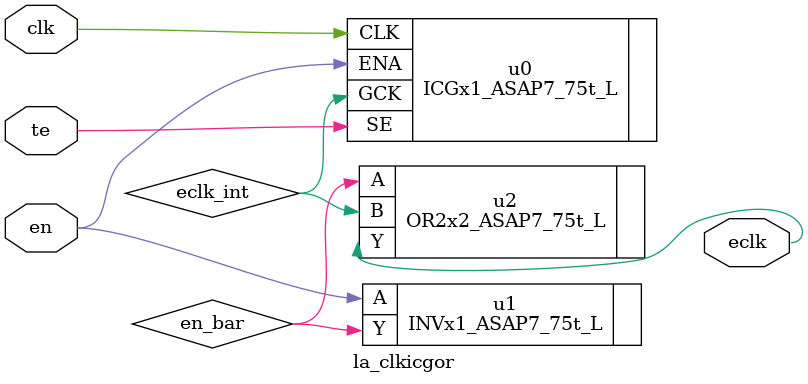
<source format=v>

(* keep_hierarchy *)
module la_clkicgor #(
    parameter PROP = "DEFAULT"
) (
    input  clk,  // clock input
    input  te,   // test enable
    input  en,   // enable
    output eclk  // enabled clock output
);

  // reg en_stable;

  // always @(clk or en or te) if (clk) en_stable <= en | te;

  // assign eclk = clk | ~en_stable;

  wire eclk_int;
  wire en_bar;

  ICGx1_ASAP7_75t_L u0 (
      .CLK(clk),
      .ENA(en),
      .SE (te),
      .GCK(eclk_int)
  );

  INVx1_ASAP7_75t_L u1 (
      .A(en),
      .Y(en_bar)
  );
  OR2x2_ASAP7_75t_L u2 (
      .A(en_bar),
      .B(eclk_int),
      .Y(eclk)
  );

endmodule

</source>
